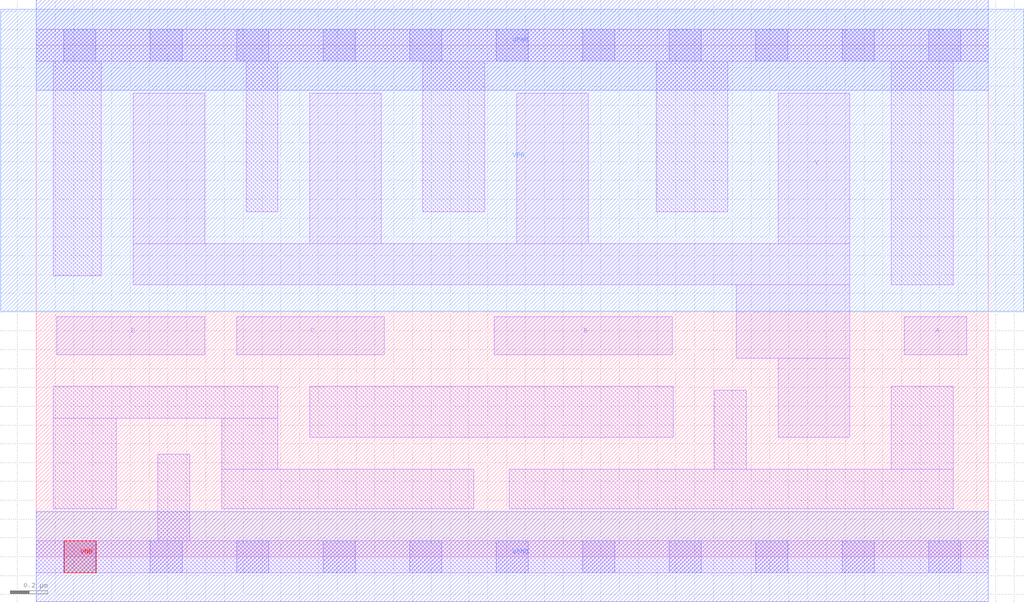
<source format=lef>
# Copyright 2020 The SkyWater PDK Authors
#
# Licensed under the Apache License, Version 2.0 (the "License");
# you may not use this file except in compliance with the License.
# You may obtain a copy of the License at
#
#     https://www.apache.org/licenses/LICENSE-2.0
#
# Unless required by applicable law or agreed to in writing, software
# distributed under the License is distributed on an "AS IS" BASIS,
# WITHOUT WARRANTIES OR CONDITIONS OF ANY KIND, either express or implied.
# See the License for the specific language governing permissions and
# limitations under the License.
#
# SPDX-License-Identifier: Apache-2.0

VERSION 5.7 ;
  NOWIREEXTENSIONATPIN ON ;
  DIVIDERCHAR "/" ;
  BUSBITCHARS "[]" ;
PROPERTYDEFINITIONS
  MACRO maskLayoutSubType STRING ;
  MACRO prCellType STRING ;
  MACRO originalViewName STRING ;
END PROPERTYDEFINITIONS
MACRO sky130_fd_sc_hdll__nand4_2
  CLASS CORE ;
  FOREIGN sky130_fd_sc_hdll__nand4_2 ;
  ORIGIN  0.000000  0.000000 ;
  SIZE  5.060000 BY  2.720000 ;
  SYMMETRY X Y R90 ;
  SITE unithd ;
  PIN A
    ANTENNAGATEAREA  0.555000 ;
    DIRECTION INPUT ;
    USE SIGNAL ;
    PORT
      LAYER li1 ;
        RECT 4.615000 1.075000 4.945000 1.275000 ;
    END
  END A
  PIN B
    ANTENNAGATEAREA  0.555000 ;
    DIRECTION INPUT ;
    USE SIGNAL ;
    PORT
      LAYER li1 ;
        RECT 2.435000 1.075000 3.380000 1.275000 ;
    END
  END B
  PIN C
    ANTENNAGATEAREA  0.555000 ;
    DIRECTION INPUT ;
    USE SIGNAL ;
    PORT
      LAYER li1 ;
        RECT 1.065000 1.075000 1.850000 1.275000 ;
    END
  END C
  PIN D
    ANTENNAGATEAREA  0.555000 ;
    DIRECTION INPUT ;
    USE SIGNAL ;
    PORT
      LAYER li1 ;
        RECT 0.110000 1.075000 0.895000 1.275000 ;
    END
  END D
  PIN VGND
    ANTENNADIFFAREA  0.208000 ;
    DIRECTION INOUT ;
    USE SIGNAL ;
    PORT
      LAYER met1 ;
        RECT 0.000000 -0.240000 5.060000 0.240000 ;
    END
  END VGND
  PIN VPWR
    ANTENNADIFFAREA  2.180000 ;
    DIRECTION INOUT ;
    USE SIGNAL ;
    PORT
      LAYER met1 ;
        RECT 0.000000 2.480000 5.060000 2.960000 ;
    END
  END VPWR
  PIN Y
    ANTENNADIFFAREA  1.368000 ;
    DIRECTION OUTPUT ;
    USE SIGNAL ;
    PORT
      LAYER li1 ;
        RECT 0.515000 1.445000 4.325000 1.665000 ;
        RECT 0.515000 1.665000 0.895000 2.465000 ;
        RECT 1.455000 1.665000 1.835000 2.465000 ;
        RECT 2.555000 1.665000 2.935000 2.465000 ;
        RECT 3.720000 1.055000 4.325000 1.445000 ;
        RECT 3.945000 0.635000 4.325000 1.055000 ;
        RECT 3.945000 1.665000 4.325000 2.465000 ;
    END
  END Y
  PIN VNB
    DIRECTION INOUT ;
    USE GROUND ;
    PORT
      LAYER pwell ;
        RECT 0.150000 -0.085000 0.320000 0.085000 ;
    END
  END VNB
  PIN VPB
    DIRECTION INOUT ;
    USE POWER ;
    PORT
      LAYER nwell ;
        RECT -0.190000 1.305000 5.250000 2.910000 ;
    END
  END VPB
  OBS
    LAYER li1 ;
      RECT 0.000000 -0.085000 5.060000 0.085000 ;
      RECT 0.000000  2.635000 5.060000 2.805000 ;
      RECT 0.090000  0.255000 0.425000 0.735000 ;
      RECT 0.090000  0.735000 1.285000 0.905000 ;
      RECT 0.090000  1.495000 0.345000 2.635000 ;
      RECT 0.645000  0.085000 0.815000 0.545000 ;
      RECT 0.985000  0.255000 2.325000 0.465000 ;
      RECT 0.985000  0.465000 1.285000 0.735000 ;
      RECT 1.115000  1.835000 1.285000 2.635000 ;
      RECT 1.455000  0.635000 3.385000 0.905000 ;
      RECT 2.055000  1.835000 2.385000 2.635000 ;
      RECT 2.515000  0.255000 4.875000 0.465000 ;
      RECT 3.295000  1.835000 3.675000 2.635000 ;
      RECT 3.605000  0.465000 3.775000 0.885000 ;
      RECT 4.545000  0.465000 4.875000 0.905000 ;
      RECT 4.545000  1.445000 4.875000 2.635000 ;
    LAYER mcon ;
      RECT 0.145000 -0.085000 0.315000 0.085000 ;
      RECT 0.145000  2.635000 0.315000 2.805000 ;
      RECT 0.605000 -0.085000 0.775000 0.085000 ;
      RECT 0.605000  2.635000 0.775000 2.805000 ;
      RECT 1.065000 -0.085000 1.235000 0.085000 ;
      RECT 1.065000  2.635000 1.235000 2.805000 ;
      RECT 1.525000 -0.085000 1.695000 0.085000 ;
      RECT 1.525000  2.635000 1.695000 2.805000 ;
      RECT 1.985000 -0.085000 2.155000 0.085000 ;
      RECT 1.985000  2.635000 2.155000 2.805000 ;
      RECT 2.445000 -0.085000 2.615000 0.085000 ;
      RECT 2.445000  2.635000 2.615000 2.805000 ;
      RECT 2.905000 -0.085000 3.075000 0.085000 ;
      RECT 2.905000  2.635000 3.075000 2.805000 ;
      RECT 3.365000 -0.085000 3.535000 0.085000 ;
      RECT 3.365000  2.635000 3.535000 2.805000 ;
      RECT 3.825000 -0.085000 3.995000 0.085000 ;
      RECT 3.825000  2.635000 3.995000 2.805000 ;
      RECT 4.285000 -0.085000 4.455000 0.085000 ;
      RECT 4.285000  2.635000 4.455000 2.805000 ;
      RECT 4.745000 -0.085000 4.915000 0.085000 ;
      RECT 4.745000  2.635000 4.915000 2.805000 ;
  END
  PROPERTY maskLayoutSubType "abstract" ;
  PROPERTY prCellType "standard" ;
  PROPERTY originalViewName "layout" ;
END sky130_fd_sc_hdll__nand4_2
END LIBRARY

</source>
